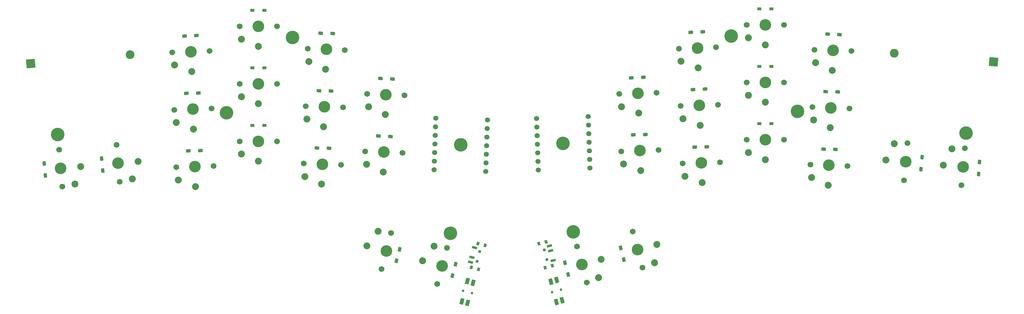
<source format=gbr>
%TF.GenerationSoftware,KiCad,Pcbnew,7.0.7*%
%TF.CreationDate,2023-10-03T23:41:34-07:00*%
%TF.ProjectId,neighboard,6e656967-6862-46f6-9172-642e6b696361,1.1*%
%TF.SameCoordinates,Original*%
%TF.FileFunction,Soldermask,Bot*%
%TF.FilePolarity,Negative*%
%FSLAX46Y46*%
G04 Gerber Fmt 4.6, Leading zero omitted, Abs format (unit mm)*
G04 Created by KiCad (PCBNEW 7.0.7) date 2023-10-03 23:41:34*
%MOMM*%
%LPD*%
G01*
G04 APERTURE LIST*
G04 Aperture macros list*
%AMRotRect*
0 Rectangle, with rotation*
0 The origin of the aperture is its center*
0 $1 length*
0 $2 width*
0 $3 Rotation angle, in degrees counterclockwise*
0 Add horizontal line*
21,1,$1,$2,0,0,$3*%
G04 Aperture macros list end*
%ADD10C,0.500000*%
%ADD11C,4.000000*%
%ADD12RotRect,1.800000X1.100000X105.000000*%
%ADD13C,0.750000*%
%ADD14C,2.032000*%
%ADD15C,1.701800*%
%ADD16C,3.429000*%
%ADD17R,1.300000X0.950000*%
%ADD18RotRect,1.300000X0.950000X182.000000*%
%ADD19RotRect,1.300000X0.950000X178.000000*%
%ADD20C,1.500000*%
%ADD21RotRect,1.300000X0.950000X85.000000*%
%ADD22RotRect,1.300000X0.950000X75.000000*%
%ADD23RotRect,1.300000X0.950000X275.000000*%
%ADD24RotRect,2.600000X2.600000X175.000000*%
%ADD25C,2.600000*%
%ADD26RotRect,2.600000X2.600000X5.000000*%
%ADD27RotRect,1.300000X0.950000X285.000000*%
%ADD28RotRect,1.800000X1.100000X255.000000*%
%ADD29RotRect,0.700000X1.500000X105.000000*%
%ADD30RotRect,1.000000X0.800000X105.000000*%
%ADD31C,0.900000*%
%ADD32RotRect,0.700000X1.500000X255.000000*%
%ADD33RotRect,1.000000X0.800000X255.000000*%
G04 APERTURE END LIST*
D10*
%TO.C,Ref\u002A\u002A*%
X221769209Y-139268582D03*
X224329209Y-140328582D03*
X224769209Y-139268582D03*
X223269209Y-140768582D03*
X223269209Y-137768582D03*
X222209209Y-138208582D03*
D11*
X223269209Y-139268582D03*
D10*
X224329209Y-138208582D03*
X222209209Y-140328582D03*
%TD*%
%TO.C,Ref\u002A\u002A*%
X224789210Y-165428582D03*
X227349210Y-166488582D03*
X227789210Y-165428582D03*
X226289210Y-166928582D03*
X226289210Y-163928582D03*
X225229210Y-164368582D03*
D11*
X226289210Y-165428582D03*
D10*
X227349210Y-164368582D03*
X225229210Y-166488582D03*
%TD*%
%TO.C,Ref\u002A\u002A*%
X290889210Y-129748582D03*
X293449210Y-130808582D03*
X293889210Y-129748582D03*
X292389210Y-131248582D03*
X292389210Y-128248582D03*
X291329210Y-128688582D03*
D11*
X292389210Y-129748582D03*
D10*
X293449210Y-128688582D03*
X291329210Y-130808582D03*
%TD*%
%TO.C,Ref\u002A\u002A*%
X271349209Y-107528582D03*
X273909209Y-108588582D03*
X274349209Y-107528582D03*
X272849209Y-109028582D03*
X272849209Y-106028582D03*
X271789209Y-106468582D03*
D11*
X272849209Y-107528582D03*
D10*
X273909209Y-106468582D03*
X271789209Y-108588582D03*
%TD*%
%TO.C,Ref\u002A\u002A*%
X340629210Y-136258582D03*
X343189210Y-137318582D03*
X343629210Y-136258582D03*
X342129210Y-137758582D03*
X342129210Y-134758582D03*
X341069210Y-135198582D03*
D11*
X342129210Y-136258582D03*
D10*
X343189210Y-135198582D03*
X341069210Y-137318582D03*
%TD*%
%TO.C,Ref\u002A\u002A*%
X72723179Y-136676587D03*
X75283179Y-137736587D03*
X75723179Y-136676587D03*
X74223179Y-138176587D03*
X74223179Y-135176587D03*
X73163179Y-135616587D03*
D11*
X74223179Y-136676587D03*
D10*
X75283179Y-135616587D03*
X73163179Y-137736587D03*
%TD*%
%TO.C,Ref\u002A\u002A*%
X122463179Y-130186587D03*
X125023179Y-131246587D03*
X125463179Y-130186587D03*
X123963179Y-131686587D03*
X123963179Y-128686587D03*
X122903179Y-129126587D03*
D11*
X123963179Y-130186587D03*
D10*
X125023179Y-129126587D03*
X122903179Y-131246587D03*
%TD*%
%TO.C,Ref\u002A\u002A*%
X142003180Y-107956587D03*
X144563180Y-109016587D03*
X145003180Y-107956587D03*
X143503180Y-109456587D03*
X143503180Y-106456587D03*
X142443180Y-106896587D03*
D11*
X143503180Y-107956587D03*
D10*
X144563180Y-106896587D03*
X142443180Y-109016587D03*
%TD*%
%TO.C,Ref\u002A\u002A*%
X191593179Y-139696587D03*
X194153179Y-140756587D03*
X194593179Y-139696587D03*
X193093179Y-141196587D03*
X193093179Y-138196587D03*
X192033179Y-138636587D03*
D11*
X193093179Y-139696587D03*
D10*
X194153179Y-138636587D03*
X192033179Y-140756587D03*
%TD*%
%TO.C,Ref\u002A\u002A*%
X188553179Y-165836587D03*
X191113179Y-166896587D03*
X191553179Y-165836587D03*
X190053179Y-167336587D03*
X190053179Y-164336587D03*
X188993179Y-164776587D03*
D11*
X190053179Y-165836587D03*
D10*
X191113179Y-164776587D03*
X188993179Y-166896587D03*
%TD*%
D12*
%TO.C,SW34*%
X221411217Y-179690674D03*
X223015895Y-185679414D03*
X219672551Y-180156548D03*
X221277229Y-186145288D03*
D13*
X222672371Y-182562105D03*
X220016075Y-183273857D03*
%TD*%
D14*
%TO.C,SW23*%
X320975605Y-139378631D03*
X318447817Y-144176577D03*
D15*
X323846009Y-150169867D03*
D16*
X324325366Y-144690796D03*
D15*
X324804723Y-139211725D03*
%TD*%
D14*
%TO.C,SW9*%
X79319670Y-151246900D03*
X80975900Y-146082899D03*
D15*
X74618994Y-141118047D03*
D16*
X75098351Y-146597118D03*
D15*
X75577708Y-152076189D03*
%TD*%
D17*
%TO.C,D2*%
X131650900Y-99932896D03*
X135200900Y-99932896D03*
%TD*%
D14*
%TO.C,SW6*%
X128425900Y-125432897D03*
X133425900Y-127532897D03*
D15*
X138925900Y-121632897D03*
D16*
X133425900Y-121632897D03*
D15*
X127925900Y-121632897D03*
%TD*%
D14*
%TO.C,SW30*%
X250202840Y-174537842D03*
X250937189Y-169164693D03*
D15*
X243814722Y-165379133D03*
D16*
X245238227Y-170691725D03*
D15*
X246661732Y-176004317D03*
%TD*%
D18*
%TO.C,D25*%
X262130805Y-140373671D03*
X265678643Y-140249777D03*
%TD*%
D14*
%TO.C,SW7*%
X147725899Y-132056085D03*
X152649564Y-134329303D03*
D15*
X158352121Y-128624844D03*
D16*
X152855471Y-128432897D03*
D15*
X147358821Y-128240950D03*
%TD*%
D19*
%TO.C,D27*%
X300070803Y-140939778D03*
X303618641Y-141063672D03*
%TD*%
%TO.C,D18*%
X301260803Y-106929778D03*
X304808641Y-107053672D03*
%TD*%
D20*
%TO.C,U1*%
X185757765Y-131802180D03*
X185669120Y-134340632D03*
X185580476Y-136879085D03*
X185491831Y-139417538D03*
X185403186Y-141955991D03*
X185314541Y-144494443D03*
X185225897Y-147032896D03*
X200456613Y-147564764D03*
X200545258Y-145026312D03*
X200633902Y-142487859D03*
X200722547Y-139949406D03*
X200811192Y-137410953D03*
X200899837Y-134872501D03*
X200988481Y-132334048D03*
%TD*%
D17*
%TO.C,D21*%
X281129723Y-116471723D03*
X284679723Y-116471723D03*
%TD*%
D14*
%TO.C,SW19*%
X240494480Y-128407502D03*
X245564723Y-130331725D03*
D15*
X250855466Y-124243372D03*
D16*
X245358816Y-124435319D03*
D15*
X239862166Y-124627266D03*
%TD*%
D21*
%TO.C,D23*%
X329139423Y-143333479D03*
X328830021Y-146869971D03*
%TD*%
D14*
%TO.C,SW27*%
X296541802Y-149346860D03*
X301465467Y-151620078D03*
D15*
X307168024Y-145915619D03*
D16*
X301671374Y-145723672D03*
D15*
X296174724Y-145531725D03*
%TD*%
D14*
%TO.C,SW5*%
X109225897Y-133105080D03*
X114296140Y-135029303D03*
D15*
X119586883Y-128940950D03*
D16*
X114090233Y-129132897D03*
D15*
X108593583Y-129324844D03*
%TD*%
D14*
%TO.C,SW3*%
X148296327Y-115056086D03*
X153219992Y-117329304D03*
D15*
X158922549Y-111624845D03*
D16*
X153425899Y-111432898D03*
D15*
X147929249Y-111240951D03*
%TD*%
D14*
%TO.C,SW26*%
X277914723Y-141991724D03*
X282914723Y-144091724D03*
D15*
X288414723Y-138191724D03*
D16*
X282914723Y-138191724D03*
D15*
X277414723Y-138191724D03*
%TD*%
D14*
%TO.C,SW12*%
X147142979Y-149048031D03*
X152066644Y-151321249D03*
D15*
X157769201Y-145616790D03*
D16*
X152272551Y-145424843D03*
D15*
X146775901Y-145232896D03*
%TD*%
D17*
%TO.C,D17*%
X281159723Y-99511724D03*
X284709723Y-99511724D03*
%TD*%
D22*
%TO.C,D14*%
X175085302Y-170568379D03*
X174166494Y-173997415D03*
%TD*%
D18*
%TO.C,D1*%
X111601980Y-107494844D03*
X115149818Y-107370950D03*
%TD*%
D21*
%TO.C,D28*%
X346119423Y-144783479D03*
X345810021Y-148319971D03*
%TD*%
D14*
%TO.C,SW1*%
X108661561Y-116105080D03*
X113731804Y-118029303D03*
D15*
X119022547Y-111940950D03*
D16*
X113525897Y-112132897D03*
D15*
X108029247Y-112324844D03*
%TD*%
D14*
%TO.C,SW24*%
X241083737Y-145395853D03*
X246153980Y-147320076D03*
D15*
X251444723Y-141231723D03*
D16*
X245948073Y-141423670D03*
D15*
X240451423Y-141615617D03*
%TD*%
D14*
%TO.C,SW8*%
X165896327Y-128456086D03*
X170819992Y-130729304D03*
D15*
X176522549Y-125024845D03*
D16*
X171025899Y-124832898D03*
D15*
X165529249Y-124640951D03*
%TD*%
D14*
%TO.C,SW10*%
X109808214Y-150113132D03*
X114878457Y-152037355D03*
D15*
X120169200Y-145949002D03*
D16*
X114672550Y-146140949D03*
D15*
X109175900Y-146332896D03*
%TD*%
D14*
%TO.C,SW4*%
X96247218Y-149782681D03*
X97903448Y-144618680D03*
D15*
X91546542Y-139653828D03*
D16*
X92025899Y-145132899D03*
D15*
X92505256Y-150611970D03*
%TD*%
D14*
%TO.C,SW28*%
X337914722Y-140861725D03*
X335386934Y-145659671D03*
D15*
X340785126Y-151652961D03*
D16*
X341264483Y-146173890D03*
D15*
X341743840Y-140694819D03*
%TD*%
D23*
%TO.C,D4*%
X87480601Y-147301144D03*
X87171199Y-143764652D03*
%TD*%
D14*
%TO.C,SW13*%
X165296325Y-145456083D03*
X170219990Y-147729301D03*
D15*
X175922547Y-142024842D03*
D16*
X170425897Y-141832895D03*
D15*
X164929247Y-141640948D03*
%TD*%
D14*
%TO.C,SW17*%
X277934723Y-108011723D03*
X282934723Y-110111723D03*
D15*
X288434723Y-104211723D03*
D16*
X282934723Y-104211723D03*
D15*
X277434723Y-104211723D03*
%TD*%
D17*
%TO.C,D6*%
X131650897Y-116932897D03*
X135200897Y-116932897D03*
%TD*%
D19*
%TO.C,D7*%
X151251980Y-123670951D03*
X154799818Y-123794845D03*
%TD*%
D24*
%TO.C,BT2*%
X350218286Y-115159170D03*
D25*
X320930162Y-112596792D03*
%TD*%
D18*
%TO.C,D10*%
X112751980Y-141494844D03*
X116299818Y-141370950D03*
%TD*%
D26*
%TO.C,BT1*%
X66231835Y-115614086D03*
D25*
X95519959Y-113051708D03*
%TD*%
D23*
%TO.C,D9*%
X70580599Y-148751143D03*
X70271197Y-145214651D03*
%TD*%
D14*
%TO.C,SW22*%
X297134724Y-132361725D03*
X302058389Y-134634943D03*
D15*
X307760946Y-128930484D03*
D16*
X302264296Y-128738537D03*
D15*
X296767646Y-128546590D03*
%TD*%
D14*
%TO.C,SW2*%
X128425898Y-108432896D03*
X133425898Y-110532896D03*
D15*
X138925898Y-104632896D03*
D16*
X133425898Y-104632896D03*
D15*
X127925898Y-104632896D03*
%TD*%
D17*
%TO.C,D11*%
X131650901Y-133932895D03*
X135200901Y-133932895D03*
%TD*%
D18*
%TO.C,D19*%
X243410805Y-119863671D03*
X246958643Y-119739777D03*
%TD*%
D27*
%TO.C,D30*%
X241164127Y-173606243D03*
X240245319Y-170177207D03*
%TD*%
D20*
%TO.C,U2*%
X230674939Y-131346113D03*
X230763584Y-133884565D03*
X230852228Y-136423018D03*
X230940873Y-138961471D03*
X231029518Y-141499924D03*
X231118163Y-144038376D03*
X231206807Y-146576829D03*
X215976091Y-147108697D03*
X215887446Y-144570245D03*
X215798802Y-142031792D03*
X215710157Y-139493339D03*
X215621512Y-136954886D03*
X215532867Y-134416434D03*
X215444223Y-131877981D03*
%TD*%
D18*
%TO.C,D5*%
X112151980Y-124474844D03*
X115699818Y-124350950D03*
%TD*%
D22*
%TO.C,D15*%
X191535303Y-174968380D03*
X190616495Y-178397416D03*
%TD*%
D14*
%TO.C,SW21*%
X277914723Y-125001725D03*
X282914723Y-127101725D03*
D15*
X288414723Y-121201725D03*
D16*
X282914723Y-121201725D03*
D15*
X277414723Y-121201725D03*
%TD*%
D17*
%TO.C,D26*%
X281139723Y-133431725D03*
X284689723Y-133431725D03*
%TD*%
D18*
%TO.C,D24*%
X244000804Y-136733672D03*
X247548642Y-136609778D03*
%TD*%
D19*
%TO.C,D22*%
X300670805Y-123899777D03*
X304218643Y-124023671D03*
%TD*%
D28*
%TO.C,SW33*%
X193395477Y-185992928D03*
X195000155Y-180004188D03*
X195134143Y-186458802D03*
X196738821Y-180470062D03*
D13*
X193739001Y-182875619D03*
X196395297Y-183587371D03*
%TD*%
D14*
%TO.C,SW20*%
X258614723Y-131991724D03*
X263684966Y-133915947D03*
D15*
X268975709Y-127827594D03*
D16*
X263479059Y-128019541D03*
D15*
X257982409Y-128211488D03*
%TD*%
D19*
%TO.C,D13*%
X168801978Y-137070950D03*
X172349816Y-137194844D03*
%TD*%
D14*
%TO.C,SW25*%
X259207037Y-148981960D03*
X264277280Y-150906183D03*
D15*
X269568023Y-144817830D03*
D16*
X264071373Y-145009777D03*
D15*
X258574723Y-145201724D03*
%TD*%
D19*
%TO.C,D12*%
X150651979Y-140620949D03*
X154199817Y-140744843D03*
%TD*%
D14*
%TO.C,SW14*%
X168744474Y-165287755D03*
X165421935Y-169573865D03*
D15*
X169697392Y-176413489D03*
D16*
X171120897Y-171100897D03*
D15*
X172544402Y-165788305D03*
%TD*%
D18*
%TO.C,D20*%
X261560803Y-123343672D03*
X265108641Y-123219778D03*
%TD*%
D19*
%TO.C,D3*%
X151801980Y-106670949D03*
X155349818Y-106794843D03*
%TD*%
D14*
%TO.C,SW29*%
X233772841Y-178940434D03*
X234507190Y-173567285D03*
D15*
X227384723Y-169781725D03*
D16*
X228808228Y-175094317D03*
D15*
X230231733Y-180406909D03*
%TD*%
D14*
%TO.C,SW16*%
X258034724Y-115001725D03*
X263104967Y-116925948D03*
D15*
X268395710Y-110837595D03*
D16*
X262899060Y-111029542D03*
D15*
X257402410Y-111221489D03*
%TD*%
D14*
%TO.C,SW15*%
X185194474Y-169687755D03*
X181871935Y-173973865D03*
D15*
X186147392Y-180813489D03*
D16*
X187570897Y-175500897D03*
D15*
X188994402Y-170188305D03*
%TD*%
D18*
%TO.C,D16*%
X260950804Y-106373672D03*
X264498642Y-106249778D03*
%TD*%
D14*
%TO.C,SW11*%
X128425898Y-142432896D03*
X133425898Y-144532896D03*
D15*
X138925898Y-138632896D03*
D16*
X133425898Y-138632896D03*
D15*
X127925898Y-138632896D03*
%TD*%
D27*
%TO.C,D29*%
X224754127Y-178016241D03*
X223835319Y-174587205D03*
%TD*%
D14*
%TO.C,SW18*%
X297734724Y-115361726D03*
X302658389Y-117634944D03*
D15*
X308360946Y-111930485D03*
D16*
X302864296Y-111738538D03*
D15*
X297367646Y-111546591D03*
%TD*%
D19*
%TO.C,D8*%
X169401979Y-120070948D03*
X172949817Y-120194842D03*
%TD*%
D29*
%TO.C,SW32*%
X219216093Y-169549830D03*
X219604322Y-170998718D03*
X220380779Y-173896496D03*
D30*
X218225895Y-168365766D03*
X216091199Y-168937756D03*
D31*
X217710178Y-170729796D03*
X218486635Y-173627573D03*
D30*
X220115274Y-175417024D03*
X217980578Y-175989015D03*
%TD*%
D32*
%TO.C,SW31*%
X195981754Y-174401820D03*
X196369983Y-172952931D03*
X197146440Y-170055154D03*
D33*
X196247259Y-175922348D03*
X198381955Y-176494339D03*
D31*
X197875898Y-174132897D03*
X198652355Y-171235120D03*
D33*
X198136638Y-168871090D03*
X200271334Y-169443080D03*
%TD*%
M02*

</source>
